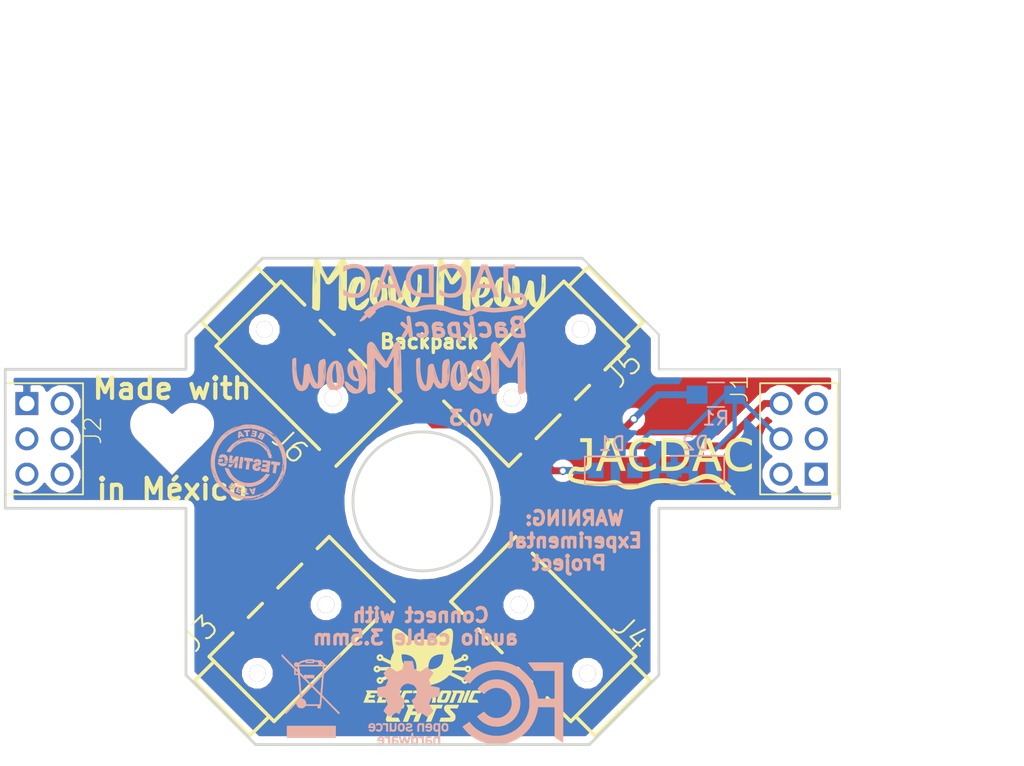
<source format=kicad_pcb>
(kicad_pcb (version 20171130) (host pcbnew "(5.0.1-3-g963ef8bb5)")
  (title_block (title JacDac_Cat) (date 2019-03-05) (rev 0.3) (company "Electronic Cats") (comment 1 "Andres Sabas") (comment 2 "WARNING: Experimental Project"))
  (layers (0 F.Cu signal) (31 B.Cu signal) (34 B.Paste user) (35 F.Paste user) (36 B.SilkS user) (37 F.SilkS user) (38 B.Mask user) (39 F.Mask user) (44 Edge.Cuts user))
  (net 0 "")
  (net 1 GND)
  (net 2 /MOSI)
  (net 3 /MISO)
  (net 4 /SCK)
  (net 5 /JACDAC_TX)
  (net 6 /SCL)
  (net 7 VCC)
  (net 8 /I2S_SCK)
  (net 9 /I2S_D1)
  (net 10 /X2)
  (net 11 /X3)
  (net 12 /CS)
  (net 13 "Net-(J5-PadRING2)")
  (net 14 "Net-(J3-PadRING2)")
  (net 15 "Net-(J4-PadRING2)")
  (net 16 "Net-(J6-PadRING2)")
  (net 17 "Net-(D1-Pad2)")
  (module Connectors:AUDIO-JACK-TRRS-SMD (layer F.Cu) (at 121.5 44 225)
    (fp_text reference J5 (at 1.414214 -4.242641 225) (layer F.SilkS) (effects (font (size 1.524 1.524))))
    (fp_text value Audio_Jack_TRRS)
    (pad TIP smd rect (at 10.1981 -3.24866 225) (size 1.19888 2.49936) (layers F.Cu F.Paste F.Mask) (net 7 VCC))
    (pad RING2 smd rect (at 3.19786 -3.24866 45) (size 1.19888 2.49936) (layers F.Cu F.Paste F.Mask) (net 13 "Net-(J5-PadRING2)"))
    (pad RING smd rect (at 6.1976 -3.248661 225) (size 1.19888 2.49936) (layers F.Cu F.Paste F.Mask) (net 5 /JACDAC_TX))
    (pad EART smd rect (at 11.29792 3.24866 225) (size 1.19888 2.49936) (layers F.Cu F.Paste F.Mask) (net 1 GND))
    (pad 1 thru_hole circle (at 8.575 0 225) (size 1.2 1.2) (drill 1.2) (layers *.Cu *.Mask))
    (pad 3 thru_hole circle (at 1.6 0 225) (size 1.2 1.2) (drill 1.2) (layers *.Cu *.Mask))
  )
  (module Pines:61300621121 (layer F.Cu) (at 81.825 53 270)
    (fp_text reference J2 (at 0.5 -4.175 270) (layer F.SilkS) (effects (font (size 1.2065 1.2065) (thickness 0.1016)) (justify left bottom)))
    (fp_text value Conn2)
    (pad 3 thru_hole circle (at 0 1.27) (size 1.65 1.65) (drill 1.1) (layers *.Cu *.Mask) (net 11 /X3))
    (pad 4 thru_hole circle (at 0 -1.27 180) (size 1.65 1.65) (drill 1.1) (layers *.Cu *.Mask) (net 10 /X2))
    (pad 6 thru_hole circle (at 2.54 -1.27 180) (size 1.65 1.65) (drill 1.1) (layers *.Cu *.Mask) (net 8 /I2S_SCK))
    (pad 1 thru_hole rect (at -2.54 1.27) (size 1.65 1.65) (drill 1.1) (layers *.Cu *.Mask) (net 1 GND))
    (pad 5 thru_hole circle (at 2.54 1.27) (size 1.65 1.65) (drill 1.1) (layers *.Cu *.Mask) (net 9 /I2S_D1))
    (pad 2 thru_hole circle (at -2.54 -1.27 180) (size 1.65 1.65) (drill 1.1) (layers *.Cu *.Mask) (net 12 /CS))
  )
  (module Pines:61300621121 (layer F.Cu) (at 136.05 53 90)
    (fp_text reference J1 (at 2.5 -3.55 90) (layer F.SilkS) (effects (font (size 1.2065 1.2065) (thickness 0.1016)) (justify left bottom)))
    (fp_text value Conn1)
    (pad 3 thru_hole circle (at 0 1.27 180) (size 1.65 1.65) (drill 1.1) (layers *.Cu *.Mask) (net 4 /SCK))
    (pad 4 thru_hole circle (at 0 -1.27) (size 1.65 1.65) (drill 1.1) (layers *.Cu *.Mask) (net 17 "Net-(D1-Pad2)"))
    (pad 6 thru_hole circle (at 2.54 -1.27) (size 1.65 1.65) (drill 1.1) (layers *.Cu *.Mask) (net 7 VCC))
    (pad 1 thru_hole rect (at -2.54 1.27 180) (size 1.65 1.65) (drill 1.1) (layers *.Cu *.Mask) (net 2 /MOSI))
    (pad 5 thru_hole circle (at 2.54 1.27 180) (size 1.65 1.65) (drill 1.1) (layers *.Cu *.Mask) (net 6 /SCL))
    (pad 2 thru_hole circle (at -2.54 -1.27) (size 1.65 1.65) (drill 1.1) (layers *.Cu *.Mask) (net 3 /MISO))
  )
  (module LOGO (layer F.Cu) (at 126 54.5)
    (fp_text reference G*** hide)
    (fp_text value LOGO hide)
  )
  (module LOGO (layer F.Cu) (at 109.5 42)
    (fp_text reference G*** hide)
    (fp_text value LOGO hide)
  )
  (module Aesthetics:electronic_cats_logo_8x6 (layer F.Cu) (at 109 70)
    (fp_text reference G*** hide)
    (fp_text value LOGO hide)
  )
  (module Symbols:WEEE-Logo_4.2x6mm_SilkScreen (layer B.Cu) (at 101 71.5 180)
    (fp_text reference REF*** hide)
    (fp_text value WEEE-Logo_4.2x6mm_SilkScreen hide)
  )
  (module Symbols:FCC-Logo_7.3x6mm_SilkScreen (layer B.Cu) (at 115.5 72 180)
    (fp_text reference REF*** hide)
    (fp_text value FCC-Logo_7.3x6mm_SilkScreen hide)
  )
  (module Symbols:OSHW-Logo_5.7x6mm_SilkScreen (layer B.Cu) (at 108 72 180)
    (fp_text reference REF*** hide)
    (fp_text value OSHW-Logo_5.7x6mm_SilkScreen hide)
  )
  (module Connectors:AUDIO-JACK-TRRS-SMD (layer F.Cu) (at 96 71 45)
    (fp_text reference J3 (at 0.707107 -4.949747 45) (layer F.SilkS) (effects (font (size 1.524 1.524))))
    (fp_text value Audio_Jack_TRRS)
    (pad TIP smd rect (at 10.1981 -3.24866 45) (size 1.19888 2.49936) (layers F.Cu F.Paste F.Mask) (net 7 VCC))
    (pad RING2 smd rect (at 3.19786 -3.24866 225) (size 1.19888 2.49936) (layers F.Cu F.Paste F.Mask) (net 14 "Net-(J3-PadRING2)"))
    (pad RING smd rect (at 6.1976 -3.248661 45) (size 1.19888 2.49936) (layers F.Cu F.Paste F.Mask) (net 5 /JACDAC_TX))
    (pad EART smd rect (at 11.29792 3.24866 45) (size 1.19888 2.49936) (layers F.Cu F.Paste F.Mask) (net 1 GND))
    (pad 1 thru_hole circle (at 8.575 0 45) (size 1.2 1.2) (drill 1.2) (layers *.Cu *.Mask))
    (pad 3 thru_hole circle (at 1.6 0 45) (size 1.2 1.2) (drill 1.2) (layers *.Cu *.Mask))
  )
  (module Connectors:AUDIO-JACK-TRRS-SMD (layer F.Cu) (at 122 71 135)
    (fp_text reference J4 (at 1.414214 4.242641 135) (layer F.SilkS) (effects (font (size 1.524 1.524))))
    (fp_text value Audio_Jack_TRRS)
    (pad 3 thru_hole circle (at 1.6 0 135) (size 1.2 1.2) (drill 1.2) (layers *.Cu *.Mask))
    (pad 1 thru_hole circle (at 8.575 0 135) (size 1.2 1.2) (drill 1.2) (layers *.Cu *.Mask))
    (pad EART smd rect (at 11.29792 3.24866 135) (size 1.19888 2.49936) (layers F.Cu F.Paste F.Mask) (net 1 GND))
    (pad RING smd rect (at 6.1976 -3.248661 135) (size 1.19888 2.49936) (layers F.Cu F.Paste F.Mask) (net 5 /JACDAC_TX))
    (pad RING2 smd rect (at 3.19786 -3.24866 315) (size 1.19888 2.49936) (layers F.Cu F.Paste F.Mask) (net 15 "Net-(J4-PadRING2)"))
    (pad TIP smd rect (at 10.1981 -3.24866 135) (size 1.19888 2.49936) (layers F.Cu F.Paste F.Mask) (net 7 VCC))
  )
  (module Connectors:AUDIO-JACK-TRRS-SMD (layer F.Cu) (at 96.5 44 315)
    (fp_text reference J6 (at 8.838835 4.596194 315) (layer F.SilkS) (effects (font (size 1.524 1.524))))
    (fp_text value Audio_Jack_TRRS)
    (pad TIP smd rect (at 10.1981 -3.24866 315) (size 1.19888 2.49936) (layers F.Cu F.Paste F.Mask) (net 7 VCC))
    (pad RING2 smd rect (at 3.19786 -3.24866 135) (size 1.19888 2.49936) (layers F.Cu F.Paste F.Mask) (net 16 "Net-(J6-PadRING2)"))
    (pad RING smd rect (at 6.1976 -3.248661 315) (size 1.19888 2.49936) (layers F.Cu F.Paste F.Mask) (net 5 /JACDAC_TX))
    (pad EART smd rect (at 11.29792 3.24866 315) (size 1.19888 2.49936) (layers F.Cu F.Paste F.Mask) (net 1 GND))
    (pad 1 thru_hole circle (at 8.575 0 315) (size 1.2 1.2) (drill 1.2) (layers *.Cu *.Mask))
    (pad 3 thru_hole circle (at 1.6 0 315) (size 1.2 1.2) (drill 1.2) (layers *.Cu *.Mask))
  )
  (module Aesthetics:jacdac_logo_14x6 (layer B.Cu) (at 110 42 180)
    (fp_text reference G*** hide)
    (fp_text value LOGO hide)
  )
  (module Aesthetics:meowmeow_logo_21x8 (layer B.Cu) (at 108 48 180)
    (fp_text reference G*** hide)
    (fp_text value LOGO hide)
  )
  (module Aesthetics:heart_trans (layer F.Cu) (at 91 53)
    (fp_text reference svg2mod hide)
    (fp_text value G*** hide)
  )
  (module Aesthetics:beta_testing (layer B.Cu) (at 96.525 54.8 180)
    (fp_text reference G*** hide)
    (fp_text value LOGO hide)
  )
  (module Diodes_SMD:D_SOD-123F (layer B.Cu) (at 122.875 55.275)
    (fp_text reference D1 (at -0.25 -1.925) (layer B.SilkS) (effects (justify mirror)))
    (fp_text value MBR120)
    (pad 1 smd rect (at -1.4 0) (size 1.1 1.1) (layers B.Cu B.Paste B.Mask) (net 7 VCC))
    (pad 2 smd rect (at 1.4 0) (size 1.1 1.1) (layers B.Cu B.Paste B.Mask) (net 17 "Net-(D1-Pad2)"))
  )
  (module Diodes_SMD:D_SOD-123F (layer B.Cu) (at 128.5 55.225 180)
    (fp_text reference D2 (at -0.127 1.905 180) (layer B.SilkS) (effects (justify mirror)))
    (fp_text value MBR120)
    (pad 2 smd rect (at 1.4 0 180) (size 1.1 1.1) (layers B.Cu B.Paste B.Mask) (net 1 GND))
    (pad 1 smd rect (at -1.4 0 180) (size 1.1 1.1) (layers B.Cu B.Paste B.Mask) (net 17 "Net-(D1-Pad2)"))
  )
  (module Resistors_SMD:R_0805_HandSoldering (layer B.Cu) (at 130.1 49.825)
    (fp_text reference R1 (at 0 1.7) (layer B.SilkS) (effects (justify mirror)))
    (fp_text value 100)
    (pad 2 smd rect (at 1.35 0) (size 1.5 1.3) (layers B.Cu B.Paste B.Mask) (net 17 "Net-(D1-Pad2)"))
    (pad 1 smd rect (at -1.35 0) (size 1.5 1.3) (layers B.Cu B.Paste B.Mask) (net 5 /JACDAC_TX))
  )
  (module Aesthetics:heart_trans (layer B.Cu) (at 91.059 52.959 180)
    (fp_text reference svg2mod hide)
    (fp_text value G*** hide)
  )
  (gr_text "WARNING: \nExperimental \nProject" (at 119.55 60.325) (layer B.SilkS) (effects (font (size 1 1) (thickness 0.25)) (justify mirror)))
  (gr_circle (center 109 57.5) (end 114 57.5) (layer Edge.Cuts) (width 0.2))
  (gr_line (start 92 70) (end 92 58) (layer Edge.Cuts) (width 0.2))
  (gr_line (start 126 58) (end 126 70) (layer Edge.Cuts) (width 0.2))
  (gr_line (start 126 45.5) (end 126 48) (layer Edge.Cuts) (width 0.15))
  (gr_line (start 92 48) (end 92 45.5) (layer Edge.Cuts) (width 0.2))
  (gr_line (start 126 48) (end 139 48) (layer Edge.Cuts) (width 0.15))
  (gr_line (start 120.5 40) (end 126 45.5) (layer Edge.Cuts) (width 0.15))
  (gr_line (start 97.5 40) (end 120.5 40) (layer Edge.Cuts) (width 0.2))
  (gr_line (start 92 45.5) (end 97.5 40) (layer Edge.Cuts) (width 0.2))
  (gr_line (start 79 48) (end 92 48) (layer Edge.Cuts) (width 0.2))
  (gr_line (start 79 58) (end 79 48) (layer Edge.Cuts) (width 0.2))
  (gr_line (start 92 58) (end 79 58) (layer Edge.Cuts) (width 0.2))
  (gr_line (start 97 75) (end 92 70) (layer Edge.Cuts) (width 0.2))
  (gr_line (start 121 75) (end 97 75) (layer Edge.Cuts) (width 0.2))
  (gr_line (start 126 70) (end 121 75) (layer Edge.Cuts) (width 0.2))
  (gr_line (start 139 58) (end 126 58) (layer Edge.Cuts) (width 0.2))
  (gr_line (start 139 48) (end 139 58) (layer Edge.Cuts) (width 0.2))
  (gr_text "Made with\n\n\nin México" (at 91 53) (layer F.SilkS) (effects (font (size 1.5 1.5) (thickness 0.3))))
  (gr_text Backpack (at 109.5 46) (layer F.SilkS) (effects (font (size 1 1) (thickness 0.25))))
  (gr_text "Connect with \naudio cable 3.5mm" (at 108.5 66.5) (layer B.SilkS) (effects (font (size 1 1) (thickness 0.25)) (justify mirror)))
  (gr_text v0.3 (at 112.5 51.5) (layer B.SilkS) (effects (font (size 1 1) (thickness 0.25)) (justify mirror)))
  (gr_text "Backpack " (at 111.5 45) (layer B.SilkS) (effects (font (size 1.3 1.3) (thickness 0.3) italic) (justify mirror)))
  (segment (start 118.460418 49.725148) (end 118.460418 48.960418) (width 0.5) (layer F.Cu) (net 5))
  (segment (start 119.414785 50.679515) (end 118.460418 49.725148) (width 0.5) (layer F.Cu) (net 5))
  (segment (start 118.460418 48.960418) (end 113 43.5) (width 0.5) (layer F.Cu) (net 5))
  (segment (start 105.76473 43.5) (end 103.179515 46.085215) (width 0.5) (layer F.Cu) (net 5))
  (segment (start 113 43.5) (end 105.76473 43.5) (width 0.5) (layer F.Cu) (net 5))
  (segment (start 102.231779 46.085215) (end 95.5 52.816994) (width 0.5) (layer F.Cu) (net 5))
  (segment (start 103.179515 46.085215) (end 102.231779 46.085215) (width 0.5) (layer F.Cu) (net 5))
  (segment (start 95.5 61.73527) (end 98.085215 64.320485) (width 0.5) (layer F.Cu) (net 5))
  (segment (start 95.5 52.816994) (end 95.5 61.73527) (width 0.5) (layer F.Cu) (net 5))
  (segment (start 104.26473 70.5) (end 113.73527 70.5) (width 0.5) (layer F.Cu) (net 5))
  (segment (start 113.73527 70.5) (end 115.320485 68.914785) (width 0.5) (layer F.Cu) (net 5))
  (segment (start 98.085215 64.320485) (end 104.26473 70.5) (width 0.5) (layer F.Cu) (net 5))
  (via (at 124.2 51.575) (size 0.6) (drill 0.4) (layers F.Cu B.Cu) (net 5))
  (segment (start 125.95 49.825) (end 124.2 51.575) (width 0.5) (layer B.Cu) (net 5))
  (segment (start 128.75 49.825) (end 125.95 49.825) (width 0.5) (layer B.Cu) (net 5))
  (segment (start 124.2 51.575) (end 123.4 52.375) (width 0.5) (layer F.Cu) (net 5))
  (segment (start 121.11027 52.375) (end 119.414785 50.679515) (width 0.5) (layer F.Cu) (net 5))
  (segment (start 123.4 52.375) (end 121.11027 52.375) (width 0.5) (layer F.Cu) (net 5))
  (segment (start 117.53374 53.508295) (end 116.586004 53.508295) (width 0.5) (layer F.Cu) (net 7))
  (segment (start 130.564979 53.508295) (end 117.53374 53.508295) (width 0.5) (layer F.Cu) (net 7))
  (segment (start 133.613274 50.46) (end 130.564979 53.508295) (width 0.5) (layer F.Cu) (net 7))
  (segment (start 134.78 50.46) (end 133.613274 50.46) (width 0.5) (layer F.Cu) (net 7))
  (segment (start 112.038181 52) (end 109.789476 52) (width 0.5) (layer F.Cu) (net 7))
  (segment (start 113.546476 53.508295) (end 112.038181 52) (width 0.5) (layer F.Cu) (net 7))
  (segment (start 116.586004 53.508295) (end 113.546476 53.508295) (width 0.5) (layer F.Cu) (net 7))
  (segment (start 107.19805 49.408574) (end 109.789476 52) (width 0.5) (layer F.Cu) (net 7))
  (segment (start 106.502873 49.408574) (end 107.19805 49.408574) (width 0.5) (layer F.Cu) (net 7))
  (segment (start 106.008295 48.913996) (end 106.502873 49.408574) (width 0.5) (layer F.Cu) (net 7))
  (segment (start 111.543969 66.086004) (end 109.129973 68.5) (width 0.5) (layer F.Cu) (net 7))
  (segment (start 112.491705 66.086004) (end 111.543969 66.086004) (width 0.5) (layer F.Cu) (net 7))
  (segment (start 109.129973 68.5) (end 106 68.5) (width 0.5) (layer F.Cu) (net 7))
  (segment (start 106 68.5) (end 103.5 66) (width 0.5) (layer F.Cu) (net 7))
  (segment (start 103.5 64.077709) (end 100.913996 61.491705) (width 0.5) (layer F.Cu) (net 7))
  (segment (start 103.5 66) (end 103.5 64.077709) (width 0.5) (layer F.Cu) (net 7))
  (segment (start 100.913996 61.491705) (end 100.913996 57.913996) (width 0.5) (layer F.Cu) (net 7))
  (segment (start 100.913996 57.913996) (end 99 56) (width 0.5) (layer F.Cu) (net 7))
  (segment (start 99 56) (end 99 55) (width 0.5) (layer F.Cu) (net 7))
  (segment (start 99 55) (end 102.5 51.5) (width 0.5) (layer F.Cu) (net 7))
  (segment (start 103.422291 51.5) (end 106.008295 48.913996) (width 0.5) (layer F.Cu) (net 7))
  (segment (start 102.5 51.5) (end 103.422291 51.5) (width 0.5) (layer F.Cu) (net 7))
  (via (at 119.1 55.3) (size 0.6) (drill 0.4) (layers F.Cu B.Cu) (net 7))
  (segment (start 119.125 55.275) (end 119.1 55.3) (width 0.5) (layer B.Cu) (net 7))
  (segment (start 121.475 55.275) (end 119.125 55.275) (width 0.5) (layer B.Cu) (net 7))
  (segment (start 118.377709 55.3) (end 116.586004 53.508295) (width 0.5) (layer F.Cu) (net 7))
  (segment (start 119.1 55.3) (end 118.377709 55.3) (width 0.5) (layer F.Cu) (net 7))
  (segment (start 134.725 53) (end 134.78 53) (width 0.3) (layer B.Cu) (net 17))
  (segment (start 131.55 49.825) (end 134.725 53) (width 0.3) (layer B.Cu) (net 17))
  (segment (start 131.45 49.825) (end 131.55 49.825) (width 0.3) (layer B.Cu) (net 17))
  (segment (start 129.9 55.225) (end 129.9 53.925) (width 0.3) (layer B.Cu) (net 17))
  (segment (start 131.45 52.375) (end 131.45 49.825) (width 0.3) (layer B.Cu) (net 17))
  (segment (start 129.9 53.925) (end 131.45 52.375) (width 0.3) (layer B.Cu) (net 17))
  (segment (start 130.769998 49.825) (end 128.094998 52.5) (width 0.3) (layer B.Cu) (net 17))
  (segment (start 131.45 49.825) (end 130.769998 49.825) (width 0.3) (layer B.Cu) (net 17))
  (segment (start 128.094998 52.5) (end 125.425 52.5) (width 0.3) (layer B.Cu) (net 17))
  (segment (start 124.275 53.65) (end 124.275 55.275) (width 0.3) (layer B.Cu) (net 17))
  (segment (start 125.425 52.5) (end 124.275 53.65) (width 0.3) (layer B.Cu) (net 17))
  (zone (net 1) (net_name GND) (layer F.Cu) (connect_pads (clearance 0.508)) (min_thickness 0.254) (fill yes (arc_segments 16) (thermal_gap 0.508) (thermal_bridge_width 0.508))
    (polygon (pts (xy 139 48) (xy 126 48) (xy 126 45.5) (xy 120.5 40) (xy 97.5 40) (xy 92 45.5) (xy 92 48) (xy 79 48) (xy 79 58) (xy 92 58) (xy 92 70) (xy 97 75) (xy 121 75) (xy 126 70) (xy 126 58) (xy 139 58)))
  )
  (zone (net 1) (net_name GND) (layer B.Cu) (connect_pads (clearance 0.508)) (min_thickness 0.254) (fill yes (arc_segments 16) (thermal_gap 0.508) (thermal_bridge_width 0.508))
    (polygon (pts (xy 139 48) (xy 126 48) (xy 126 45.5) (xy 120.5 40) (xy 97.5 40) (xy 92 45.5) (xy 92 48) (xy 79 48) (xy 79 58) (xy 92 58) (xy 92 70) (xy 97 75) (xy 121 75) (xy 126 70) (xy 126 58) (xy 139 58)))
  )
  (zone (net 0) (net_name "") (layers F&B.Cu) (connect_pads (clearance 0.508)) (min_thickness 0.254)
    (keepout (tracks not_allowed) (vias not_allowed) (copperpour not_allowed))
    (fill (arc_segments 16) (thermal_gap 0.508) (thermal_bridge_width 0.508))
    (polygon (pts (xy 89.29 50.43) (xy 89.35 50.42) (xy 89.36 50.42) (xy 89.37 50.42) (xy 89.45 50.41) (xy 89.53 50.41) (xy 89.57 50.41) (xy 89.61 50.42) (xy 89.64 50.42) (xy 89.68 50.42) (xy 89.71 50.42) (xy 89.85 50.45) (xy 89.88 50.46) (xy 89.98 50.48) (xy 90.14 50.54) (xy 90.35 50.65) (xy 90.5 50.76) (xy 90.7 50.95) (xy 90.84 51.09) (xy 91 51.25) (xy 91.19 51.06) (xy 91.53 50.74) (xy 91.68 50.64) (xy 91.79 50.58) (xy 91.86 50.55) (xy 91.95 50.52) (xy 92.11 50.46) (xy 92.33 50.42) (xy 92.46 50.41) (xy 92.55 50.42) (xy 92.65 50.42) (xy 92.79 50.44) (xy 92.89 50.47) (xy 92.99 50.5) (xy 93.12 50.55) (xy 93.3 50.65) (xy 93.49 50.79) (xy 93.7 51) (xy 93.81 51.17) (xy 93.87 51.29) (xy 93.96 51.5) (xy 93.99 51.63) (xy 94.02 51.78) (xy 94.02 51.92) (xy 94.02 52.03) (xy 94 52.23) (xy 93.97 52.36) (xy 93.93 52.47) (xy 93.81 52.73) (xy 93.62 52.99) (xy 93.41 53.19) (xy 93.16 53.47) (xy 92.84 53.76) (xy 91 55.61) (xy 90.97 55.58) (xy 90.87 55.48) (xy 88.35 52.96) (xy 88.33 52.93) (xy 88.31 52.9) (xy 88.26 52.84) (xy 88.19 52.73) (xy 88.17 52.7) (xy 88.15 52.66) (xy 88.14 52.65) (xy 88.13 52.63) (xy 88.11 52.58) (xy 88.1 52.56) (xy 88.09 52.54) (xy 88.08 52.51) (xy 88.07 52.49) (xy 88.07 52.47) (xy 88.06 52.44) (xy 88.05 52.42) (xy 88.04 52.39) (xy 88.03 52.36) (xy 88.03 52.34) (xy 88.02 52.32) (xy 88.02 52.3) (xy 88.02 52.29) (xy 88.01 52.28) (xy 88.01 52.27) (xy 88 52.25) (xy 88 52.23) (xy 88 52.21) (xy 87.99 52.16) (xy 87.99 52.12) (xy 87.98 52.07) (xy 87.98 52.03) (xy 87.98 51.97) (xy 87.98 51.92) (xy 87.98 51.88) (xy 87.98 51.83) (xy 87.98 51.8) (xy 88 51.71) (xy 88.04 51.51) (xy 88.06 51.44) (xy 88.09 51.38) (xy 88.21 51.14) (xy 88.27 51.05) (xy 88.32 50.97) (xy 88.4 50.91) (xy 88.47 50.82) (xy 88.56 50.75) (xy 88.66 50.68) (xy 88.71 50.64)))
  )
)
</source>
